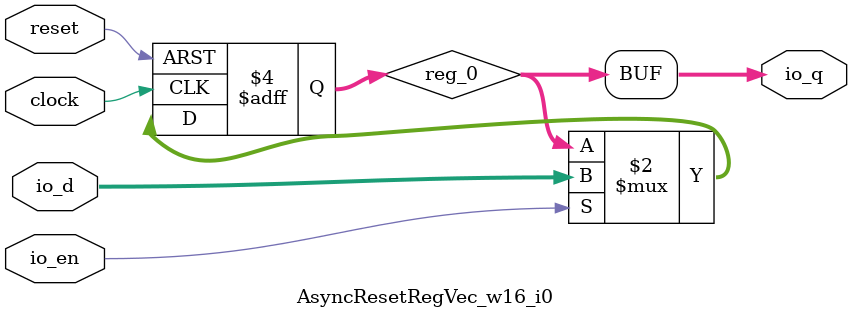
<source format=sv>
`ifndef RANDOMIZE
  `ifdef RANDOMIZE_REG_INIT
    `define RANDOMIZE
  `endif // RANDOMIZE_REG_INIT
`endif // not def RANDOMIZE
`ifndef RANDOMIZE
  `ifdef RANDOMIZE_MEM_INIT
    `define RANDOMIZE
  `endif // RANDOMIZE_MEM_INIT
`endif // not def RANDOMIZE

`ifndef RANDOM
  `define RANDOM $random
`endif // not def RANDOM

// Users can define 'PRINTF_COND' to add an extra gate to prints.
`ifndef PRINTF_COND_
  `ifdef PRINTF_COND
    `define PRINTF_COND_ (`PRINTF_COND)
  `else  // PRINTF_COND
    `define PRINTF_COND_ 1
  `endif // PRINTF_COND
`endif // not def PRINTF_COND_

// Users can define 'ASSERT_VERBOSE_COND' to add an extra gate to assert error printing.
`ifndef ASSERT_VERBOSE_COND_
  `ifdef ASSERT_VERBOSE_COND
    `define ASSERT_VERBOSE_COND_ (`ASSERT_VERBOSE_COND)
  `else  // ASSERT_VERBOSE_COND
    `define ASSERT_VERBOSE_COND_ 1
  `endif // ASSERT_VERBOSE_COND
`endif // not def ASSERT_VERBOSE_COND_

// Users can define 'STOP_COND' to add an extra gate to stop conditions.
`ifndef STOP_COND_
  `ifdef STOP_COND
    `define STOP_COND_ (`STOP_COND)
  `else  // STOP_COND
    `define STOP_COND_ 1
  `endif // STOP_COND
`endif // not def STOP_COND_

// Users can define INIT_RANDOM as general code that gets injected into the
// initializer block for modules with registers.
`ifndef INIT_RANDOM
  `define INIT_RANDOM
`endif // not def INIT_RANDOM

// If using random initialization, you can also define RANDOMIZE_DELAY to
// customize the delay used, otherwise 0.002 is used.
`ifndef RANDOMIZE_DELAY
  `define RANDOMIZE_DELAY 0.002
`endif // not def RANDOMIZE_DELAY

// Define INIT_RANDOM_PROLOG_ for use in our modules below.
`ifndef INIT_RANDOM_PROLOG_
  `ifdef RANDOMIZE
    `ifdef VERILATOR
      `define INIT_RANDOM_PROLOG_ `INIT_RANDOM
    `else  // VERILATOR
      `define INIT_RANDOM_PROLOG_ `INIT_RANDOM #`RANDOMIZE_DELAY begin end
    `endif // VERILATOR
  `else  // RANDOMIZE
    `define INIT_RANDOM_PROLOG_
  `endif // RANDOMIZE
`endif // not def INIT_RANDOM_PROLOG_

module AsyncResetRegVec_w16_i0(
  input         clock,
                reset,
  input  [15:0] io_d,
  input         io_en,
  output [15:0] io_q
);

  reg [15:0] reg_0;	// @[AsyncResetReg.scala:63:50]
  always @(posedge clock or posedge reset) begin
    if (reset)
      reg_0 <= 16'h0;	// @[AsyncResetReg.scala:63:50]
    else if (io_en)
      reg_0 <= io_d;	// @[AsyncResetReg.scala:63:50]
  end // always @(posedge, posedge)
  `ifndef SYNTHESIS
    `ifdef FIRRTL_BEFORE_INITIAL
      `FIRRTL_BEFORE_INITIAL
    `endif // FIRRTL_BEFORE_INITIAL
    logic [31:0] _RANDOM_0;
    initial begin
      `ifdef INIT_RANDOM_PROLOG_
        `INIT_RANDOM_PROLOG_
      `endif // INIT_RANDOM_PROLOG_
      `ifdef RANDOMIZE_REG_INIT
        _RANDOM_0 = `RANDOM;
        reg_0 = _RANDOM_0[15:0];	// @[AsyncResetReg.scala:63:50]
      `endif // RANDOMIZE_REG_INIT
      `ifdef RANDOMIZE
        if (reset)
          reg_0 = 16'h0;	// @[AsyncResetReg.scala:63:50]
      `endif // RANDOMIZE
    end // initial
    `ifdef FIRRTL_AFTER_INITIAL
      `FIRRTL_AFTER_INITIAL
    `endif // FIRRTL_AFTER_INITIAL
  `endif // not def SYNTHESIS
  assign io_q = reg_0;	// @[AsyncResetReg.scala:63:50]
endmodule


</source>
